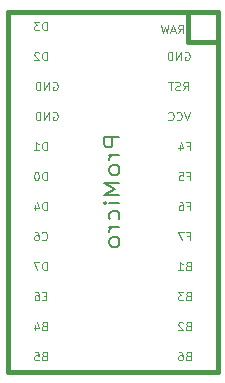
<source format=gbr>
G04 #@! TF.GenerationSoftware,KiCad,Pcbnew,(5.0.0)*
G04 #@! TF.CreationDate,2019-11-08T16:30:22-06:00*
G04 #@! TF.ProjectId,BlueMicro_LED_tester,426C75654D6963726F5F4C45445F7465,rev?*
G04 #@! TF.SameCoordinates,Original*
G04 #@! TF.FileFunction,Legend,Bot*
G04 #@! TF.FilePolarity,Positive*
%FSLAX46Y46*%
G04 Gerber Fmt 4.6, Leading zero omitted, Abs format (unit mm)*
G04 Created by KiCad (PCBNEW (5.0.0)) date 11/08/19 16:30:22*
%MOMM*%
%LPD*%
G01*
G04 APERTURE LIST*
%ADD10C,0.381000*%
%ADD11C,0.203200*%
%ADD12C,0.100000*%
G04 APERTURE END LIST*
D10*
G04 #@! TO.C,U1*
X101110000Y-71120000D02*
X118890000Y-71120000D01*
X118890000Y-71120000D02*
X118890000Y-101600000D01*
X118890000Y-101600000D02*
X101110000Y-101600000D01*
X101110000Y-101600000D02*
X101110000Y-71120000D01*
X116350000Y-71120000D02*
X116350000Y-73660000D01*
X116350000Y-73660000D02*
X118890000Y-73660000D01*
D11*
X110574523Y-81751714D02*
X109304523Y-81751714D01*
X109304523Y-82332285D01*
X109365000Y-82477428D01*
X109425476Y-82550000D01*
X109546428Y-82622571D01*
X109727857Y-82622571D01*
X109848809Y-82550000D01*
X109909285Y-82477428D01*
X109969761Y-82332285D01*
X109969761Y-81751714D01*
X110574523Y-83275714D02*
X109727857Y-83275714D01*
X109969761Y-83275714D02*
X109848809Y-83348285D01*
X109788333Y-83420857D01*
X109727857Y-83566000D01*
X109727857Y-83711142D01*
X110574523Y-84436857D02*
X110514047Y-84291714D01*
X110453571Y-84219142D01*
X110332619Y-84146571D01*
X109969761Y-84146571D01*
X109848809Y-84219142D01*
X109788333Y-84291714D01*
X109727857Y-84436857D01*
X109727857Y-84654571D01*
X109788333Y-84799714D01*
X109848809Y-84872285D01*
X109969761Y-84944857D01*
X110332619Y-84944857D01*
X110453571Y-84872285D01*
X110514047Y-84799714D01*
X110574523Y-84654571D01*
X110574523Y-84436857D01*
X110574523Y-85598000D02*
X109304523Y-85598000D01*
X110211666Y-86106000D01*
X109304523Y-86614000D01*
X110574523Y-86614000D01*
X110574523Y-87339714D02*
X109727857Y-87339714D01*
X109304523Y-87339714D02*
X109365000Y-87267142D01*
X109425476Y-87339714D01*
X109365000Y-87412285D01*
X109304523Y-87339714D01*
X109425476Y-87339714D01*
X110514047Y-88718571D02*
X110574523Y-88573428D01*
X110574523Y-88283142D01*
X110514047Y-88138000D01*
X110453571Y-88065428D01*
X110332619Y-87992857D01*
X109969761Y-87992857D01*
X109848809Y-88065428D01*
X109788333Y-88138000D01*
X109727857Y-88283142D01*
X109727857Y-88573428D01*
X109788333Y-88718571D01*
X110574523Y-89371714D02*
X109727857Y-89371714D01*
X109969761Y-89371714D02*
X109848809Y-89444285D01*
X109788333Y-89516857D01*
X109727857Y-89662000D01*
X109727857Y-89807142D01*
X110574523Y-90532857D02*
X110514047Y-90387714D01*
X110453571Y-90315142D01*
X110332619Y-90242571D01*
X109969761Y-90242571D01*
X109848809Y-90315142D01*
X109788333Y-90387714D01*
X109727857Y-90532857D01*
X109727857Y-90750571D01*
X109788333Y-90895714D01*
X109848809Y-90968285D01*
X109969761Y-91040857D01*
X110332619Y-91040857D01*
X110453571Y-90968285D01*
X110514047Y-90895714D01*
X110574523Y-90750571D01*
X110574523Y-90532857D01*
D12*
X104187333Y-100280000D02*
X104087333Y-100313333D01*
X104054000Y-100346666D01*
X104020666Y-100413333D01*
X104020666Y-100513333D01*
X104054000Y-100580000D01*
X104087333Y-100613333D01*
X104154000Y-100646666D01*
X104420666Y-100646666D01*
X104420666Y-99946666D01*
X104187333Y-99946666D01*
X104120666Y-99980000D01*
X104087333Y-100013333D01*
X104054000Y-100080000D01*
X104054000Y-100146666D01*
X104087333Y-100213333D01*
X104120666Y-100246666D01*
X104187333Y-100280000D01*
X104420666Y-100280000D01*
X103387333Y-99946666D02*
X103720666Y-99946666D01*
X103754000Y-100280000D01*
X103720666Y-100246666D01*
X103654000Y-100213333D01*
X103487333Y-100213333D01*
X103420666Y-100246666D01*
X103387333Y-100280000D01*
X103354000Y-100346666D01*
X103354000Y-100513333D01*
X103387333Y-100580000D01*
X103420666Y-100613333D01*
X103487333Y-100646666D01*
X103654000Y-100646666D01*
X103720666Y-100613333D01*
X103754000Y-100580000D01*
X104187333Y-97740000D02*
X104087333Y-97773333D01*
X104054000Y-97806666D01*
X104020666Y-97873333D01*
X104020666Y-97973333D01*
X104054000Y-98040000D01*
X104087333Y-98073333D01*
X104154000Y-98106666D01*
X104420666Y-98106666D01*
X104420666Y-97406666D01*
X104187333Y-97406666D01*
X104120666Y-97440000D01*
X104087333Y-97473333D01*
X104054000Y-97540000D01*
X104054000Y-97606666D01*
X104087333Y-97673333D01*
X104120666Y-97706666D01*
X104187333Y-97740000D01*
X104420666Y-97740000D01*
X103420666Y-97640000D02*
X103420666Y-98106666D01*
X103587333Y-97373333D02*
X103754000Y-97873333D01*
X103320666Y-97873333D01*
X104387333Y-95200000D02*
X104154000Y-95200000D01*
X104054000Y-95566666D02*
X104387333Y-95566666D01*
X104387333Y-94866666D01*
X104054000Y-94866666D01*
X103454000Y-94866666D02*
X103587333Y-94866666D01*
X103654000Y-94900000D01*
X103687333Y-94933333D01*
X103754000Y-95033333D01*
X103787333Y-95166666D01*
X103787333Y-95433333D01*
X103754000Y-95500000D01*
X103720666Y-95533333D01*
X103654000Y-95566666D01*
X103520666Y-95566666D01*
X103454000Y-95533333D01*
X103420666Y-95500000D01*
X103387333Y-95433333D01*
X103387333Y-95266666D01*
X103420666Y-95200000D01*
X103454000Y-95166666D01*
X103520666Y-95133333D01*
X103654000Y-95133333D01*
X103720666Y-95166666D01*
X103754000Y-95200000D01*
X103787333Y-95266666D01*
X104420666Y-93026666D02*
X104420666Y-92326666D01*
X104254000Y-92326666D01*
X104154000Y-92360000D01*
X104087333Y-92426666D01*
X104054000Y-92493333D01*
X104020666Y-92626666D01*
X104020666Y-92726666D01*
X104054000Y-92860000D01*
X104087333Y-92926666D01*
X104154000Y-92993333D01*
X104254000Y-93026666D01*
X104420666Y-93026666D01*
X103787333Y-92326666D02*
X103320666Y-92326666D01*
X103620666Y-93026666D01*
X104020666Y-90420000D02*
X104054000Y-90453333D01*
X104154000Y-90486666D01*
X104220666Y-90486666D01*
X104320666Y-90453333D01*
X104387333Y-90386666D01*
X104420666Y-90320000D01*
X104454000Y-90186666D01*
X104454000Y-90086666D01*
X104420666Y-89953333D01*
X104387333Y-89886666D01*
X104320666Y-89820000D01*
X104220666Y-89786666D01*
X104154000Y-89786666D01*
X104054000Y-89820000D01*
X104020666Y-89853333D01*
X103420666Y-89786666D02*
X103554000Y-89786666D01*
X103620666Y-89820000D01*
X103654000Y-89853333D01*
X103720666Y-89953333D01*
X103754000Y-90086666D01*
X103754000Y-90353333D01*
X103720666Y-90420000D01*
X103687333Y-90453333D01*
X103620666Y-90486666D01*
X103487333Y-90486666D01*
X103420666Y-90453333D01*
X103387333Y-90420000D01*
X103354000Y-90353333D01*
X103354000Y-90186666D01*
X103387333Y-90120000D01*
X103420666Y-90086666D01*
X103487333Y-90053333D01*
X103620666Y-90053333D01*
X103687333Y-90086666D01*
X103720666Y-90120000D01*
X103754000Y-90186666D01*
X104420666Y-87946666D02*
X104420666Y-87246666D01*
X104254000Y-87246666D01*
X104154000Y-87280000D01*
X104087333Y-87346666D01*
X104054000Y-87413333D01*
X104020666Y-87546666D01*
X104020666Y-87646666D01*
X104054000Y-87780000D01*
X104087333Y-87846666D01*
X104154000Y-87913333D01*
X104254000Y-87946666D01*
X104420666Y-87946666D01*
X103420666Y-87480000D02*
X103420666Y-87946666D01*
X103587333Y-87213333D02*
X103754000Y-87713333D01*
X103320666Y-87713333D01*
X104420666Y-85406666D02*
X104420666Y-84706666D01*
X104254000Y-84706666D01*
X104154000Y-84740000D01*
X104087333Y-84806666D01*
X104054000Y-84873333D01*
X104020666Y-85006666D01*
X104020666Y-85106666D01*
X104054000Y-85240000D01*
X104087333Y-85306666D01*
X104154000Y-85373333D01*
X104254000Y-85406666D01*
X104420666Y-85406666D01*
X103587333Y-84706666D02*
X103520666Y-84706666D01*
X103454000Y-84740000D01*
X103420666Y-84773333D01*
X103387333Y-84840000D01*
X103354000Y-84973333D01*
X103354000Y-85140000D01*
X103387333Y-85273333D01*
X103420666Y-85340000D01*
X103454000Y-85373333D01*
X103520666Y-85406666D01*
X103587333Y-85406666D01*
X103654000Y-85373333D01*
X103687333Y-85340000D01*
X103720666Y-85273333D01*
X103754000Y-85140000D01*
X103754000Y-84973333D01*
X103720666Y-84840000D01*
X103687333Y-84773333D01*
X103654000Y-84740000D01*
X103587333Y-84706666D01*
X104420666Y-82866666D02*
X104420666Y-82166666D01*
X104254000Y-82166666D01*
X104154000Y-82200000D01*
X104087333Y-82266666D01*
X104054000Y-82333333D01*
X104020666Y-82466666D01*
X104020666Y-82566666D01*
X104054000Y-82700000D01*
X104087333Y-82766666D01*
X104154000Y-82833333D01*
X104254000Y-82866666D01*
X104420666Y-82866666D01*
X103354000Y-82866666D02*
X103754000Y-82866666D01*
X103554000Y-82866666D02*
X103554000Y-82166666D01*
X103620666Y-82266666D01*
X103687333Y-82333333D01*
X103754000Y-82366666D01*
X104945333Y-79660000D02*
X105012000Y-79626666D01*
X105112000Y-79626666D01*
X105212000Y-79660000D01*
X105278666Y-79726666D01*
X105312000Y-79793333D01*
X105345333Y-79926666D01*
X105345333Y-80026666D01*
X105312000Y-80160000D01*
X105278666Y-80226666D01*
X105212000Y-80293333D01*
X105112000Y-80326666D01*
X105045333Y-80326666D01*
X104945333Y-80293333D01*
X104912000Y-80260000D01*
X104912000Y-80026666D01*
X105045333Y-80026666D01*
X104612000Y-80326666D02*
X104612000Y-79626666D01*
X104212000Y-80326666D01*
X104212000Y-79626666D01*
X103878666Y-80326666D02*
X103878666Y-79626666D01*
X103712000Y-79626666D01*
X103612000Y-79660000D01*
X103545333Y-79726666D01*
X103512000Y-79793333D01*
X103478666Y-79926666D01*
X103478666Y-80026666D01*
X103512000Y-80160000D01*
X103545333Y-80226666D01*
X103612000Y-80293333D01*
X103712000Y-80326666D01*
X103878666Y-80326666D01*
X104945333Y-77120000D02*
X105012000Y-77086666D01*
X105112000Y-77086666D01*
X105212000Y-77120000D01*
X105278666Y-77186666D01*
X105312000Y-77253333D01*
X105345333Y-77386666D01*
X105345333Y-77486666D01*
X105312000Y-77620000D01*
X105278666Y-77686666D01*
X105212000Y-77753333D01*
X105112000Y-77786666D01*
X105045333Y-77786666D01*
X104945333Y-77753333D01*
X104912000Y-77720000D01*
X104912000Y-77486666D01*
X105045333Y-77486666D01*
X104612000Y-77786666D02*
X104612000Y-77086666D01*
X104212000Y-77786666D01*
X104212000Y-77086666D01*
X103878666Y-77786666D02*
X103878666Y-77086666D01*
X103712000Y-77086666D01*
X103612000Y-77120000D01*
X103545333Y-77186666D01*
X103512000Y-77253333D01*
X103478666Y-77386666D01*
X103478666Y-77486666D01*
X103512000Y-77620000D01*
X103545333Y-77686666D01*
X103612000Y-77753333D01*
X103712000Y-77786666D01*
X103878666Y-77786666D01*
X104420666Y-75246666D02*
X104420666Y-74546666D01*
X104254000Y-74546666D01*
X104154000Y-74580000D01*
X104087333Y-74646666D01*
X104054000Y-74713333D01*
X104020666Y-74846666D01*
X104020666Y-74946666D01*
X104054000Y-75080000D01*
X104087333Y-75146666D01*
X104154000Y-75213333D01*
X104254000Y-75246666D01*
X104420666Y-75246666D01*
X103754000Y-74613333D02*
X103720666Y-74580000D01*
X103654000Y-74546666D01*
X103487333Y-74546666D01*
X103420666Y-74580000D01*
X103387333Y-74613333D01*
X103354000Y-74680000D01*
X103354000Y-74746666D01*
X103387333Y-74846666D01*
X103787333Y-75246666D01*
X103354000Y-75246666D01*
X104420666Y-72706666D02*
X104420666Y-72006666D01*
X104254000Y-72006666D01*
X104154000Y-72040000D01*
X104087333Y-72106666D01*
X104054000Y-72173333D01*
X104020666Y-72306666D01*
X104020666Y-72406666D01*
X104054000Y-72540000D01*
X104087333Y-72606666D01*
X104154000Y-72673333D01*
X104254000Y-72706666D01*
X104420666Y-72706666D01*
X103787333Y-72006666D02*
X103354000Y-72006666D01*
X103587333Y-72273333D01*
X103487333Y-72273333D01*
X103420666Y-72306666D01*
X103387333Y-72340000D01*
X103354000Y-72406666D01*
X103354000Y-72573333D01*
X103387333Y-72640000D01*
X103420666Y-72673333D01*
X103487333Y-72706666D01*
X103687333Y-72706666D01*
X103754000Y-72673333D01*
X103787333Y-72640000D01*
X116379333Y-100280000D02*
X116279333Y-100313333D01*
X116246000Y-100346666D01*
X116212666Y-100413333D01*
X116212666Y-100513333D01*
X116246000Y-100580000D01*
X116279333Y-100613333D01*
X116346000Y-100646666D01*
X116612666Y-100646666D01*
X116612666Y-99946666D01*
X116379333Y-99946666D01*
X116312666Y-99980000D01*
X116279333Y-100013333D01*
X116246000Y-100080000D01*
X116246000Y-100146666D01*
X116279333Y-100213333D01*
X116312666Y-100246666D01*
X116379333Y-100280000D01*
X116612666Y-100280000D01*
X115612666Y-99946666D02*
X115746000Y-99946666D01*
X115812666Y-99980000D01*
X115846000Y-100013333D01*
X115912666Y-100113333D01*
X115946000Y-100246666D01*
X115946000Y-100513333D01*
X115912666Y-100580000D01*
X115879333Y-100613333D01*
X115812666Y-100646666D01*
X115679333Y-100646666D01*
X115612666Y-100613333D01*
X115579333Y-100580000D01*
X115546000Y-100513333D01*
X115546000Y-100346666D01*
X115579333Y-100280000D01*
X115612666Y-100246666D01*
X115679333Y-100213333D01*
X115812666Y-100213333D01*
X115879333Y-100246666D01*
X115912666Y-100280000D01*
X115946000Y-100346666D01*
X116379333Y-97740000D02*
X116279333Y-97773333D01*
X116246000Y-97806666D01*
X116212666Y-97873333D01*
X116212666Y-97973333D01*
X116246000Y-98040000D01*
X116279333Y-98073333D01*
X116346000Y-98106666D01*
X116612666Y-98106666D01*
X116612666Y-97406666D01*
X116379333Y-97406666D01*
X116312666Y-97440000D01*
X116279333Y-97473333D01*
X116246000Y-97540000D01*
X116246000Y-97606666D01*
X116279333Y-97673333D01*
X116312666Y-97706666D01*
X116379333Y-97740000D01*
X116612666Y-97740000D01*
X115946000Y-97473333D02*
X115912666Y-97440000D01*
X115846000Y-97406666D01*
X115679333Y-97406666D01*
X115612666Y-97440000D01*
X115579333Y-97473333D01*
X115546000Y-97540000D01*
X115546000Y-97606666D01*
X115579333Y-97706666D01*
X115979333Y-98106666D01*
X115546000Y-98106666D01*
X116379333Y-95200000D02*
X116279333Y-95233333D01*
X116246000Y-95266666D01*
X116212666Y-95333333D01*
X116212666Y-95433333D01*
X116246000Y-95500000D01*
X116279333Y-95533333D01*
X116346000Y-95566666D01*
X116612666Y-95566666D01*
X116612666Y-94866666D01*
X116379333Y-94866666D01*
X116312666Y-94900000D01*
X116279333Y-94933333D01*
X116246000Y-95000000D01*
X116246000Y-95066666D01*
X116279333Y-95133333D01*
X116312666Y-95166666D01*
X116379333Y-95200000D01*
X116612666Y-95200000D01*
X115979333Y-94866666D02*
X115546000Y-94866666D01*
X115779333Y-95133333D01*
X115679333Y-95133333D01*
X115612666Y-95166666D01*
X115579333Y-95200000D01*
X115546000Y-95266666D01*
X115546000Y-95433333D01*
X115579333Y-95500000D01*
X115612666Y-95533333D01*
X115679333Y-95566666D01*
X115879333Y-95566666D01*
X115946000Y-95533333D01*
X115979333Y-95500000D01*
X116379333Y-92660000D02*
X116279333Y-92693333D01*
X116246000Y-92726666D01*
X116212666Y-92793333D01*
X116212666Y-92893333D01*
X116246000Y-92960000D01*
X116279333Y-92993333D01*
X116346000Y-93026666D01*
X116612666Y-93026666D01*
X116612666Y-92326666D01*
X116379333Y-92326666D01*
X116312666Y-92360000D01*
X116279333Y-92393333D01*
X116246000Y-92460000D01*
X116246000Y-92526666D01*
X116279333Y-92593333D01*
X116312666Y-92626666D01*
X116379333Y-92660000D01*
X116612666Y-92660000D01*
X115546000Y-93026666D02*
X115946000Y-93026666D01*
X115746000Y-93026666D02*
X115746000Y-92326666D01*
X115812666Y-92426666D01*
X115879333Y-92493333D01*
X115946000Y-92526666D01*
X116329333Y-87580000D02*
X116562666Y-87580000D01*
X116562666Y-87946666D02*
X116562666Y-87246666D01*
X116229333Y-87246666D01*
X115662666Y-87246666D02*
X115796000Y-87246666D01*
X115862666Y-87280000D01*
X115896000Y-87313333D01*
X115962666Y-87413333D01*
X115996000Y-87546666D01*
X115996000Y-87813333D01*
X115962666Y-87880000D01*
X115929333Y-87913333D01*
X115862666Y-87946666D01*
X115729333Y-87946666D01*
X115662666Y-87913333D01*
X115629333Y-87880000D01*
X115596000Y-87813333D01*
X115596000Y-87646666D01*
X115629333Y-87580000D01*
X115662666Y-87546666D01*
X115729333Y-87513333D01*
X115862666Y-87513333D01*
X115929333Y-87546666D01*
X115962666Y-87580000D01*
X115996000Y-87646666D01*
X116329333Y-90120000D02*
X116562666Y-90120000D01*
X116562666Y-90486666D02*
X116562666Y-89786666D01*
X116229333Y-89786666D01*
X116029333Y-89786666D02*
X115562666Y-89786666D01*
X115862666Y-90486666D01*
X116329333Y-85040000D02*
X116562666Y-85040000D01*
X116562666Y-85406666D02*
X116562666Y-84706666D01*
X116229333Y-84706666D01*
X115629333Y-84706666D02*
X115962666Y-84706666D01*
X115996000Y-85040000D01*
X115962666Y-85006666D01*
X115896000Y-84973333D01*
X115729333Y-84973333D01*
X115662666Y-85006666D01*
X115629333Y-85040000D01*
X115596000Y-85106666D01*
X115596000Y-85273333D01*
X115629333Y-85340000D01*
X115662666Y-85373333D01*
X115729333Y-85406666D01*
X115896000Y-85406666D01*
X115962666Y-85373333D01*
X115996000Y-85340000D01*
X116329333Y-82500000D02*
X116562666Y-82500000D01*
X116562666Y-82866666D02*
X116562666Y-82166666D01*
X116229333Y-82166666D01*
X115662666Y-82400000D02*
X115662666Y-82866666D01*
X115829333Y-82133333D02*
X115996000Y-82633333D01*
X115562666Y-82633333D01*
X116521333Y-79626666D02*
X116288000Y-80326666D01*
X116054666Y-79626666D01*
X115421333Y-80260000D02*
X115454666Y-80293333D01*
X115554666Y-80326666D01*
X115621333Y-80326666D01*
X115721333Y-80293333D01*
X115788000Y-80226666D01*
X115821333Y-80160000D01*
X115854666Y-80026666D01*
X115854666Y-79926666D01*
X115821333Y-79793333D01*
X115788000Y-79726666D01*
X115721333Y-79660000D01*
X115621333Y-79626666D01*
X115554666Y-79626666D01*
X115454666Y-79660000D01*
X115421333Y-79693333D01*
X114721333Y-80260000D02*
X114754666Y-80293333D01*
X114854666Y-80326666D01*
X114921333Y-80326666D01*
X115021333Y-80293333D01*
X115088000Y-80226666D01*
X115121333Y-80160000D01*
X115154666Y-80026666D01*
X115154666Y-79926666D01*
X115121333Y-79793333D01*
X115088000Y-79726666D01*
X115021333Y-79660000D01*
X114921333Y-79626666D01*
X114854666Y-79626666D01*
X114754666Y-79660000D01*
X114721333Y-79693333D01*
X115971333Y-77786666D02*
X116204666Y-77453333D01*
X116371333Y-77786666D02*
X116371333Y-77086666D01*
X116104666Y-77086666D01*
X116038000Y-77120000D01*
X116004666Y-77153333D01*
X115971333Y-77220000D01*
X115971333Y-77320000D01*
X116004666Y-77386666D01*
X116038000Y-77420000D01*
X116104666Y-77453333D01*
X116371333Y-77453333D01*
X115704666Y-77753333D02*
X115604666Y-77786666D01*
X115438000Y-77786666D01*
X115371333Y-77753333D01*
X115338000Y-77720000D01*
X115304666Y-77653333D01*
X115304666Y-77586666D01*
X115338000Y-77520000D01*
X115371333Y-77486666D01*
X115438000Y-77453333D01*
X115571333Y-77420000D01*
X115638000Y-77386666D01*
X115671333Y-77353333D01*
X115704666Y-77286666D01*
X115704666Y-77220000D01*
X115671333Y-77153333D01*
X115638000Y-77120000D01*
X115571333Y-77086666D01*
X115404666Y-77086666D01*
X115304666Y-77120000D01*
X115104666Y-77086666D02*
X114704666Y-77086666D01*
X114904666Y-77786666D02*
X114904666Y-77086666D01*
X116121333Y-74580000D02*
X116188000Y-74546666D01*
X116288000Y-74546666D01*
X116388000Y-74580000D01*
X116454666Y-74646666D01*
X116488000Y-74713333D01*
X116521333Y-74846666D01*
X116521333Y-74946666D01*
X116488000Y-75080000D01*
X116454666Y-75146666D01*
X116388000Y-75213333D01*
X116288000Y-75246666D01*
X116221333Y-75246666D01*
X116121333Y-75213333D01*
X116088000Y-75180000D01*
X116088000Y-74946666D01*
X116221333Y-74946666D01*
X115788000Y-75246666D02*
X115788000Y-74546666D01*
X115388000Y-75246666D01*
X115388000Y-74546666D01*
X115054666Y-75246666D02*
X115054666Y-74546666D01*
X114888000Y-74546666D01*
X114788000Y-74580000D01*
X114721333Y-74646666D01*
X114688000Y-74713333D01*
X114654666Y-74846666D01*
X114654666Y-74946666D01*
X114688000Y-75080000D01*
X114721333Y-75146666D01*
X114788000Y-75213333D01*
X114888000Y-75246666D01*
X115054666Y-75246666D01*
X115563333Y-72960666D02*
X115796666Y-72627333D01*
X115963333Y-72960666D02*
X115963333Y-72260666D01*
X115696666Y-72260666D01*
X115630000Y-72294000D01*
X115596666Y-72327333D01*
X115563333Y-72394000D01*
X115563333Y-72494000D01*
X115596666Y-72560666D01*
X115630000Y-72594000D01*
X115696666Y-72627333D01*
X115963333Y-72627333D01*
X115296666Y-72760666D02*
X114963333Y-72760666D01*
X115363333Y-72960666D02*
X115130000Y-72260666D01*
X114896666Y-72960666D01*
X114730000Y-72260666D02*
X114563333Y-72960666D01*
X114430000Y-72460666D01*
X114296666Y-72960666D01*
X114130000Y-72260666D01*
G04 #@! TD*
M02*

</source>
